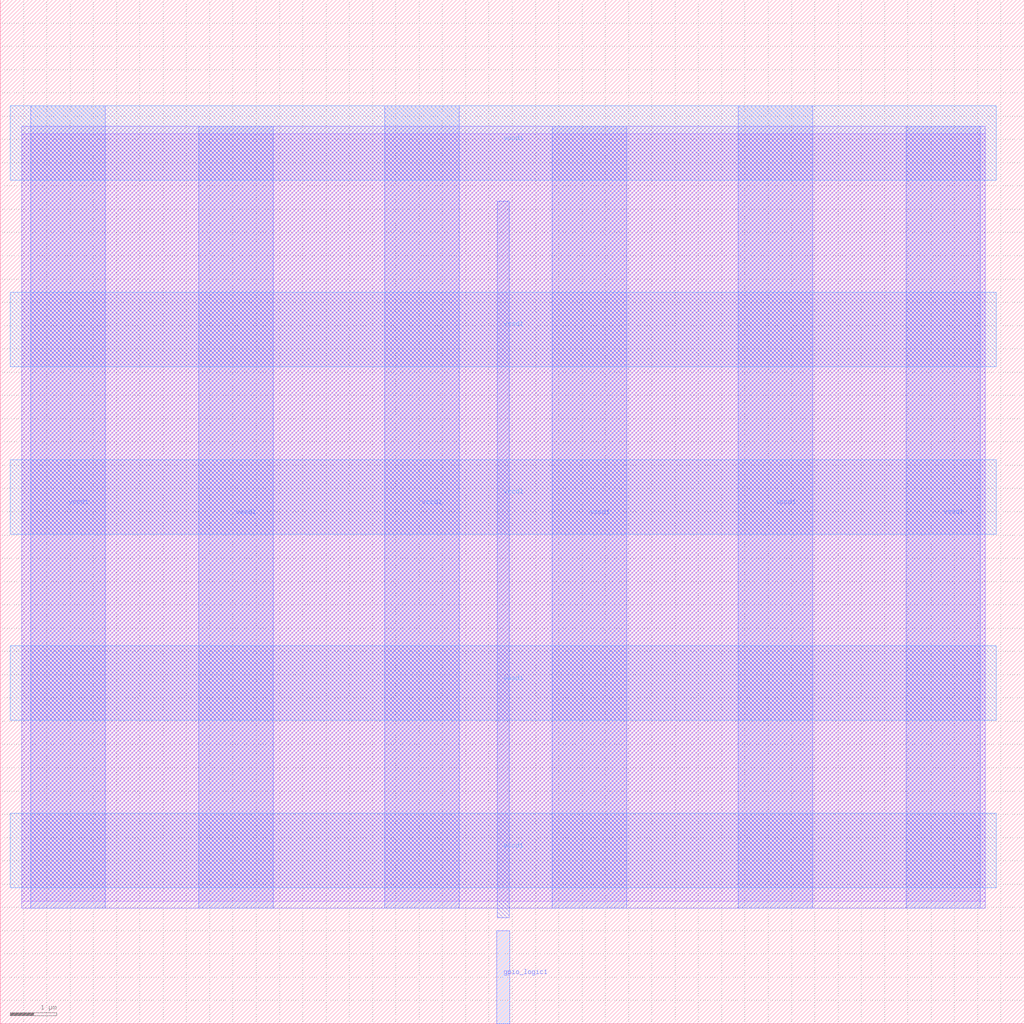
<source format=lef>
VERSION 5.7 ;
  NOWIREEXTENSIONATPIN ON ;
  DIVIDERCHAR "/" ;
  BUSBITCHARS "[]" ;
MACRO gpio_logic_high
  CLASS BLOCK ;
  FOREIGN gpio_logic_high ;
  ORIGIN 0.000 0.000 ;
  SIZE 22.000 BY 22.000 ;
  PIN gpio_logic1
    DIRECTION OUTPUT TRISTATE ;
    USE SIGNAL ;
    ANTENNADIFFAREA 0.340600 ;
    PORT
      LAYER met2 ;
        RECT 10.670 0.000 10.950 2.000 ;
    END
  END gpio_logic1
  PIN vccd1
    DIRECTION INOUT ;
    USE POWER ;
    PORT
      LAYER met2 ;
        RECT 0.660 2.480 2.260 19.720 ;
    END
    PORT
      LAYER met2 ;
        RECT 8.260 2.480 9.860 19.720 ;
    END
    PORT
      LAYER met2 ;
        RECT 15.860 2.480 17.460 19.720 ;
    END
    PORT
      LAYER met3 ;
        RECT 0.220 2.920 21.400 4.520 ;
    END
    PORT
      LAYER met3 ;
        RECT 0.220 10.520 21.400 12.120 ;
    END
    PORT
      LAYER met3 ;
        RECT 0.220 18.120 21.400 19.720 ;
    END
  END vccd1
  PIN vssd1
    DIRECTION INOUT ;
    USE GROUND ;
    PORT
      LAYER met2 ;
        RECT 4.260 2.480 5.860 19.280 ;
    END
    PORT
      LAYER met2 ;
        RECT 11.860 2.480 13.460 19.280 ;
    END
    PORT
      LAYER met2 ;
        RECT 19.460 2.480 21.060 19.280 ;
    END
    PORT
      LAYER met3 ;
        RECT 0.220 6.520 21.400 8.120 ;
    END
    PORT
      LAYER met3 ;
        RECT 0.220 14.120 21.400 15.720 ;
    END
  END vssd1
  OBS
      LAYER li1 ;
        RECT 0.460 2.635 21.160 19.125 ;
      LAYER met1 ;
        RECT 0.460 2.480 21.160 19.280 ;
      LAYER met2 ;
        RECT 10.680 2.280 10.940 17.670 ;
  END
END gpio_logic_high
END LIBRARY


</source>
